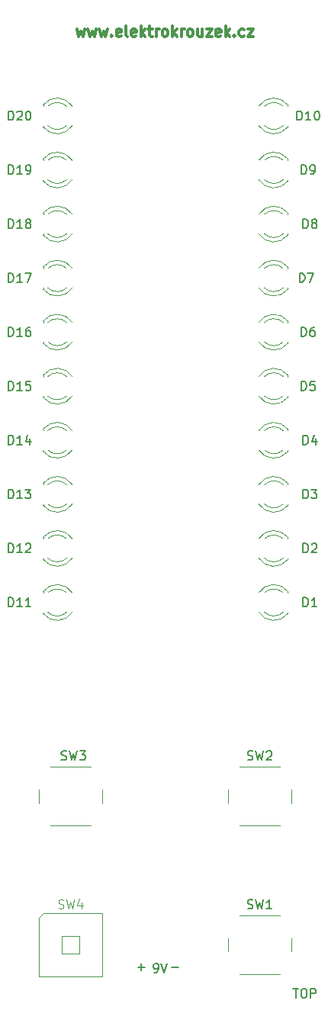
<source format=gto>
G04 #@! TF.GenerationSoftware,KiCad,Pcbnew,9.0.1*
G04 #@! TF.CreationDate,2025-06-05T21:35:15+02:00*
G04 #@! TF.ProjectId,storm_distance_meter,73746f72-6d5f-4646-9973-74616e63655f,1*
G04 #@! TF.SameCoordinates,Original*
G04 #@! TF.FileFunction,Legend,Top*
G04 #@! TF.FilePolarity,Positive*
%FSLAX46Y46*%
G04 Gerber Fmt 4.6, Leading zero omitted, Abs format (unit mm)*
G04 Created by KiCad (PCBNEW 9.0.1) date 2025-06-05 21:35:15*
%MOMM*%
%LPD*%
G01*
G04 APERTURE LIST*
%ADD10C,0.200000*%
%ADD11C,0.300000*%
%ADD12C,0.150000*%
%ADD13C,0.100000*%
%ADD14C,0.120000*%
%ADD15C,3.050000*%
%ADD16R,1.800000X1.800000*%
%ADD17C,1.800000*%
%ADD18C,2.000000*%
%ADD19R,1.600000X1.600000*%
%ADD20C,1.600000*%
%ADD21O,1.600000X1.600000*%
%ADD22R,2.400000X1.600000*%
%ADD23O,2.400000X1.600000*%
%ADD24R,1.500000X1.500000*%
%ADD25C,1.500000*%
%ADD26R,2.400000X2.400000*%
%ADD27C,2.400000*%
G04 APERTURE END LIST*
D10*
X143669673Y-136486266D02*
X144431578Y-136486266D01*
X144050625Y-136867219D02*
X144050625Y-136105314D01*
X148230326Y-136486266D02*
X147468422Y-136486266D01*
D11*
X136893796Y-32375042D02*
X137122368Y-33175042D01*
X137122368Y-33175042D02*
X137350939Y-32603614D01*
X137350939Y-32603614D02*
X137579510Y-33175042D01*
X137579510Y-33175042D02*
X137808082Y-32375042D01*
X138150939Y-32375042D02*
X138379511Y-33175042D01*
X138379511Y-33175042D02*
X138608082Y-32603614D01*
X138608082Y-32603614D02*
X138836653Y-33175042D01*
X138836653Y-33175042D02*
X139065225Y-32375042D01*
X139408082Y-32375042D02*
X139636654Y-33175042D01*
X139636654Y-33175042D02*
X139865225Y-32603614D01*
X139865225Y-32603614D02*
X140093796Y-33175042D01*
X140093796Y-33175042D02*
X140322368Y-32375042D01*
X140779511Y-33060757D02*
X140836654Y-33117900D01*
X140836654Y-33117900D02*
X140779511Y-33175042D01*
X140779511Y-33175042D02*
X140722368Y-33117900D01*
X140722368Y-33117900D02*
X140779511Y-33060757D01*
X140779511Y-33060757D02*
X140779511Y-33175042D01*
X141808083Y-33117900D02*
X141693797Y-33175042D01*
X141693797Y-33175042D02*
X141465226Y-33175042D01*
X141465226Y-33175042D02*
X141350940Y-33117900D01*
X141350940Y-33117900D02*
X141293797Y-33003614D01*
X141293797Y-33003614D02*
X141293797Y-32546471D01*
X141293797Y-32546471D02*
X141350940Y-32432185D01*
X141350940Y-32432185D02*
X141465226Y-32375042D01*
X141465226Y-32375042D02*
X141693797Y-32375042D01*
X141693797Y-32375042D02*
X141808083Y-32432185D01*
X141808083Y-32432185D02*
X141865226Y-32546471D01*
X141865226Y-32546471D02*
X141865226Y-32660757D01*
X141865226Y-32660757D02*
X141293797Y-32775042D01*
X142550939Y-33175042D02*
X142436654Y-33117900D01*
X142436654Y-33117900D02*
X142379511Y-33003614D01*
X142379511Y-33003614D02*
X142379511Y-31975042D01*
X143465225Y-33117900D02*
X143350939Y-33175042D01*
X143350939Y-33175042D02*
X143122368Y-33175042D01*
X143122368Y-33175042D02*
X143008082Y-33117900D01*
X143008082Y-33117900D02*
X142950939Y-33003614D01*
X142950939Y-33003614D02*
X142950939Y-32546471D01*
X142950939Y-32546471D02*
X143008082Y-32432185D01*
X143008082Y-32432185D02*
X143122368Y-32375042D01*
X143122368Y-32375042D02*
X143350939Y-32375042D01*
X143350939Y-32375042D02*
X143465225Y-32432185D01*
X143465225Y-32432185D02*
X143522368Y-32546471D01*
X143522368Y-32546471D02*
X143522368Y-32660757D01*
X143522368Y-32660757D02*
X142950939Y-32775042D01*
X144036653Y-33175042D02*
X144036653Y-31975042D01*
X144150939Y-32717900D02*
X144493796Y-33175042D01*
X144493796Y-32375042D02*
X144036653Y-32832185D01*
X144836653Y-32375042D02*
X145293796Y-32375042D01*
X145008082Y-31975042D02*
X145008082Y-33003614D01*
X145008082Y-33003614D02*
X145065225Y-33117900D01*
X145065225Y-33117900D02*
X145179510Y-33175042D01*
X145179510Y-33175042D02*
X145293796Y-33175042D01*
X145693796Y-33175042D02*
X145693796Y-32375042D01*
X145693796Y-32603614D02*
X145750939Y-32489328D01*
X145750939Y-32489328D02*
X145808082Y-32432185D01*
X145808082Y-32432185D02*
X145922367Y-32375042D01*
X145922367Y-32375042D02*
X146036653Y-32375042D01*
X146608081Y-33175042D02*
X146493796Y-33117900D01*
X146493796Y-33117900D02*
X146436653Y-33060757D01*
X146436653Y-33060757D02*
X146379510Y-32946471D01*
X146379510Y-32946471D02*
X146379510Y-32603614D01*
X146379510Y-32603614D02*
X146436653Y-32489328D01*
X146436653Y-32489328D02*
X146493796Y-32432185D01*
X146493796Y-32432185D02*
X146608081Y-32375042D01*
X146608081Y-32375042D02*
X146779510Y-32375042D01*
X146779510Y-32375042D02*
X146893796Y-32432185D01*
X146893796Y-32432185D02*
X146950939Y-32489328D01*
X146950939Y-32489328D02*
X147008081Y-32603614D01*
X147008081Y-32603614D02*
X147008081Y-32946471D01*
X147008081Y-32946471D02*
X146950939Y-33060757D01*
X146950939Y-33060757D02*
X146893796Y-33117900D01*
X146893796Y-33117900D02*
X146779510Y-33175042D01*
X146779510Y-33175042D02*
X146608081Y-33175042D01*
X147522367Y-33175042D02*
X147522367Y-31975042D01*
X147636653Y-32717900D02*
X147979510Y-33175042D01*
X147979510Y-32375042D02*
X147522367Y-32832185D01*
X148493796Y-33175042D02*
X148493796Y-32375042D01*
X148493796Y-32603614D02*
X148550939Y-32489328D01*
X148550939Y-32489328D02*
X148608082Y-32432185D01*
X148608082Y-32432185D02*
X148722367Y-32375042D01*
X148722367Y-32375042D02*
X148836653Y-32375042D01*
X149408081Y-33175042D02*
X149293796Y-33117900D01*
X149293796Y-33117900D02*
X149236653Y-33060757D01*
X149236653Y-33060757D02*
X149179510Y-32946471D01*
X149179510Y-32946471D02*
X149179510Y-32603614D01*
X149179510Y-32603614D02*
X149236653Y-32489328D01*
X149236653Y-32489328D02*
X149293796Y-32432185D01*
X149293796Y-32432185D02*
X149408081Y-32375042D01*
X149408081Y-32375042D02*
X149579510Y-32375042D01*
X149579510Y-32375042D02*
X149693796Y-32432185D01*
X149693796Y-32432185D02*
X149750939Y-32489328D01*
X149750939Y-32489328D02*
X149808081Y-32603614D01*
X149808081Y-32603614D02*
X149808081Y-32946471D01*
X149808081Y-32946471D02*
X149750939Y-33060757D01*
X149750939Y-33060757D02*
X149693796Y-33117900D01*
X149693796Y-33117900D02*
X149579510Y-33175042D01*
X149579510Y-33175042D02*
X149408081Y-33175042D01*
X150836653Y-32375042D02*
X150836653Y-33175042D01*
X150322367Y-32375042D02*
X150322367Y-33003614D01*
X150322367Y-33003614D02*
X150379510Y-33117900D01*
X150379510Y-33117900D02*
X150493795Y-33175042D01*
X150493795Y-33175042D02*
X150665224Y-33175042D01*
X150665224Y-33175042D02*
X150779510Y-33117900D01*
X150779510Y-33117900D02*
X150836653Y-33060757D01*
X151293795Y-32375042D02*
X151922367Y-32375042D01*
X151922367Y-32375042D02*
X151293795Y-33175042D01*
X151293795Y-33175042D02*
X151922367Y-33175042D01*
X152836653Y-33117900D02*
X152722367Y-33175042D01*
X152722367Y-33175042D02*
X152493796Y-33175042D01*
X152493796Y-33175042D02*
X152379510Y-33117900D01*
X152379510Y-33117900D02*
X152322367Y-33003614D01*
X152322367Y-33003614D02*
X152322367Y-32546471D01*
X152322367Y-32546471D02*
X152379510Y-32432185D01*
X152379510Y-32432185D02*
X152493796Y-32375042D01*
X152493796Y-32375042D02*
X152722367Y-32375042D01*
X152722367Y-32375042D02*
X152836653Y-32432185D01*
X152836653Y-32432185D02*
X152893796Y-32546471D01*
X152893796Y-32546471D02*
X152893796Y-32660757D01*
X152893796Y-32660757D02*
X152322367Y-32775042D01*
X153408081Y-33175042D02*
X153408081Y-31975042D01*
X153522367Y-32717900D02*
X153865224Y-33175042D01*
X153865224Y-32375042D02*
X153408081Y-32832185D01*
X154379510Y-33060757D02*
X154436653Y-33117900D01*
X154436653Y-33117900D02*
X154379510Y-33175042D01*
X154379510Y-33175042D02*
X154322367Y-33117900D01*
X154322367Y-33117900D02*
X154379510Y-33060757D01*
X154379510Y-33060757D02*
X154379510Y-33175042D01*
X155465225Y-33117900D02*
X155350939Y-33175042D01*
X155350939Y-33175042D02*
X155122367Y-33175042D01*
X155122367Y-33175042D02*
X155008082Y-33117900D01*
X155008082Y-33117900D02*
X154950939Y-33060757D01*
X154950939Y-33060757D02*
X154893796Y-32946471D01*
X154893796Y-32946471D02*
X154893796Y-32603614D01*
X154893796Y-32603614D02*
X154950939Y-32489328D01*
X154950939Y-32489328D02*
X155008082Y-32432185D01*
X155008082Y-32432185D02*
X155122367Y-32375042D01*
X155122367Y-32375042D02*
X155350939Y-32375042D01*
X155350939Y-32375042D02*
X155465225Y-32432185D01*
X155865224Y-32375042D02*
X156493796Y-32375042D01*
X156493796Y-32375042D02*
X155865224Y-33175042D01*
X155865224Y-33175042D02*
X156493796Y-33175042D01*
D10*
X145514792Y-137067219D02*
X145705268Y-137067219D01*
X145705268Y-137067219D02*
X145800506Y-137019600D01*
X145800506Y-137019600D02*
X145848125Y-136971980D01*
X145848125Y-136971980D02*
X145943363Y-136829123D01*
X145943363Y-136829123D02*
X145990982Y-136638647D01*
X145990982Y-136638647D02*
X145990982Y-136257695D01*
X145990982Y-136257695D02*
X145943363Y-136162457D01*
X145943363Y-136162457D02*
X145895744Y-136114838D01*
X145895744Y-136114838D02*
X145800506Y-136067219D01*
X145800506Y-136067219D02*
X145610030Y-136067219D01*
X145610030Y-136067219D02*
X145514792Y-136114838D01*
X145514792Y-136114838D02*
X145467173Y-136162457D01*
X145467173Y-136162457D02*
X145419554Y-136257695D01*
X145419554Y-136257695D02*
X145419554Y-136495790D01*
X145419554Y-136495790D02*
X145467173Y-136591028D01*
X145467173Y-136591028D02*
X145514792Y-136638647D01*
X145514792Y-136638647D02*
X145610030Y-136686266D01*
X145610030Y-136686266D02*
X145800506Y-136686266D01*
X145800506Y-136686266D02*
X145895744Y-136638647D01*
X145895744Y-136638647D02*
X145943363Y-136591028D01*
X145943363Y-136591028D02*
X145990982Y-136495790D01*
X146276697Y-136067219D02*
X146610030Y-137067219D01*
X146610030Y-137067219D02*
X146943363Y-136067219D01*
X160926816Y-138867219D02*
X161498244Y-138867219D01*
X161212530Y-139867219D02*
X161212530Y-138867219D01*
X162022054Y-138867219D02*
X162212530Y-138867219D01*
X162212530Y-138867219D02*
X162307768Y-138914838D01*
X162307768Y-138914838D02*
X162403006Y-139010076D01*
X162403006Y-139010076D02*
X162450625Y-139200552D01*
X162450625Y-139200552D02*
X162450625Y-139533885D01*
X162450625Y-139533885D02*
X162403006Y-139724361D01*
X162403006Y-139724361D02*
X162307768Y-139819600D01*
X162307768Y-139819600D02*
X162212530Y-139867219D01*
X162212530Y-139867219D02*
X162022054Y-139867219D01*
X162022054Y-139867219D02*
X161926816Y-139819600D01*
X161926816Y-139819600D02*
X161831578Y-139724361D01*
X161831578Y-139724361D02*
X161783959Y-139533885D01*
X161783959Y-139533885D02*
X161783959Y-139200552D01*
X161783959Y-139200552D02*
X161831578Y-139010076D01*
X161831578Y-139010076D02*
X161926816Y-138914838D01*
X161926816Y-138914838D02*
X162022054Y-138867219D01*
X162879197Y-139867219D02*
X162879197Y-138867219D01*
X162879197Y-138867219D02*
X163260149Y-138867219D01*
X163260149Y-138867219D02*
X163355387Y-138914838D01*
X163355387Y-138914838D02*
X163403006Y-138962457D01*
X163403006Y-138962457D02*
X163450625Y-139057695D01*
X163450625Y-139057695D02*
X163450625Y-139200552D01*
X163450625Y-139200552D02*
X163403006Y-139295790D01*
X163403006Y-139295790D02*
X163355387Y-139343409D01*
X163355387Y-139343409D02*
X163260149Y-139391028D01*
X163260149Y-139391028D02*
X162879197Y-139391028D01*
D12*
X129320714Y-72454819D02*
X129320714Y-71454819D01*
X129320714Y-71454819D02*
X129558809Y-71454819D01*
X129558809Y-71454819D02*
X129701666Y-71502438D01*
X129701666Y-71502438D02*
X129796904Y-71597676D01*
X129796904Y-71597676D02*
X129844523Y-71692914D01*
X129844523Y-71692914D02*
X129892142Y-71883390D01*
X129892142Y-71883390D02*
X129892142Y-72026247D01*
X129892142Y-72026247D02*
X129844523Y-72216723D01*
X129844523Y-72216723D02*
X129796904Y-72311961D01*
X129796904Y-72311961D02*
X129701666Y-72407200D01*
X129701666Y-72407200D02*
X129558809Y-72454819D01*
X129558809Y-72454819D02*
X129320714Y-72454819D01*
X130844523Y-72454819D02*
X130273095Y-72454819D01*
X130558809Y-72454819D02*
X130558809Y-71454819D01*
X130558809Y-71454819D02*
X130463571Y-71597676D01*
X130463571Y-71597676D02*
X130368333Y-71692914D01*
X130368333Y-71692914D02*
X130273095Y-71740533D01*
X131749285Y-71454819D02*
X131273095Y-71454819D01*
X131273095Y-71454819D02*
X131225476Y-71931009D01*
X131225476Y-71931009D02*
X131273095Y-71883390D01*
X131273095Y-71883390D02*
X131368333Y-71835771D01*
X131368333Y-71835771D02*
X131606428Y-71835771D01*
X131606428Y-71835771D02*
X131701666Y-71883390D01*
X131701666Y-71883390D02*
X131749285Y-71931009D01*
X131749285Y-71931009D02*
X131796904Y-72026247D01*
X131796904Y-72026247D02*
X131796904Y-72264342D01*
X131796904Y-72264342D02*
X131749285Y-72359580D01*
X131749285Y-72359580D02*
X131701666Y-72407200D01*
X131701666Y-72407200D02*
X131606428Y-72454819D01*
X131606428Y-72454819D02*
X131368333Y-72454819D01*
X131368333Y-72454819D02*
X131273095Y-72407200D01*
X131273095Y-72407200D02*
X131225476Y-72359580D01*
X129320714Y-66454819D02*
X129320714Y-65454819D01*
X129320714Y-65454819D02*
X129558809Y-65454819D01*
X129558809Y-65454819D02*
X129701666Y-65502438D01*
X129701666Y-65502438D02*
X129796904Y-65597676D01*
X129796904Y-65597676D02*
X129844523Y-65692914D01*
X129844523Y-65692914D02*
X129892142Y-65883390D01*
X129892142Y-65883390D02*
X129892142Y-66026247D01*
X129892142Y-66026247D02*
X129844523Y-66216723D01*
X129844523Y-66216723D02*
X129796904Y-66311961D01*
X129796904Y-66311961D02*
X129701666Y-66407200D01*
X129701666Y-66407200D02*
X129558809Y-66454819D01*
X129558809Y-66454819D02*
X129320714Y-66454819D01*
X130844523Y-66454819D02*
X130273095Y-66454819D01*
X130558809Y-66454819D02*
X130558809Y-65454819D01*
X130558809Y-65454819D02*
X130463571Y-65597676D01*
X130463571Y-65597676D02*
X130368333Y-65692914D01*
X130368333Y-65692914D02*
X130273095Y-65740533D01*
X131701666Y-65454819D02*
X131511190Y-65454819D01*
X131511190Y-65454819D02*
X131415952Y-65502438D01*
X131415952Y-65502438D02*
X131368333Y-65550057D01*
X131368333Y-65550057D02*
X131273095Y-65692914D01*
X131273095Y-65692914D02*
X131225476Y-65883390D01*
X131225476Y-65883390D02*
X131225476Y-66264342D01*
X131225476Y-66264342D02*
X131273095Y-66359580D01*
X131273095Y-66359580D02*
X131320714Y-66407200D01*
X131320714Y-66407200D02*
X131415952Y-66454819D01*
X131415952Y-66454819D02*
X131606428Y-66454819D01*
X131606428Y-66454819D02*
X131701666Y-66407200D01*
X131701666Y-66407200D02*
X131749285Y-66359580D01*
X131749285Y-66359580D02*
X131796904Y-66264342D01*
X131796904Y-66264342D02*
X131796904Y-66026247D01*
X131796904Y-66026247D02*
X131749285Y-65931009D01*
X131749285Y-65931009D02*
X131701666Y-65883390D01*
X131701666Y-65883390D02*
X131606428Y-65835771D01*
X131606428Y-65835771D02*
X131415952Y-65835771D01*
X131415952Y-65835771D02*
X131320714Y-65883390D01*
X131320714Y-65883390D02*
X131273095Y-65931009D01*
X131273095Y-65931009D02*
X131225476Y-66026247D01*
X161631905Y-60454819D02*
X161631905Y-59454819D01*
X161631905Y-59454819D02*
X161870000Y-59454819D01*
X161870000Y-59454819D02*
X162012857Y-59502438D01*
X162012857Y-59502438D02*
X162108095Y-59597676D01*
X162108095Y-59597676D02*
X162155714Y-59692914D01*
X162155714Y-59692914D02*
X162203333Y-59883390D01*
X162203333Y-59883390D02*
X162203333Y-60026247D01*
X162203333Y-60026247D02*
X162155714Y-60216723D01*
X162155714Y-60216723D02*
X162108095Y-60311961D01*
X162108095Y-60311961D02*
X162012857Y-60407200D01*
X162012857Y-60407200D02*
X161870000Y-60454819D01*
X161870000Y-60454819D02*
X161631905Y-60454819D01*
X162536667Y-59454819D02*
X163203333Y-59454819D01*
X163203333Y-59454819D02*
X162774762Y-60454819D01*
X162031905Y-78454819D02*
X162031905Y-77454819D01*
X162031905Y-77454819D02*
X162270000Y-77454819D01*
X162270000Y-77454819D02*
X162412857Y-77502438D01*
X162412857Y-77502438D02*
X162508095Y-77597676D01*
X162508095Y-77597676D02*
X162555714Y-77692914D01*
X162555714Y-77692914D02*
X162603333Y-77883390D01*
X162603333Y-77883390D02*
X162603333Y-78026247D01*
X162603333Y-78026247D02*
X162555714Y-78216723D01*
X162555714Y-78216723D02*
X162508095Y-78311961D01*
X162508095Y-78311961D02*
X162412857Y-78407200D01*
X162412857Y-78407200D02*
X162270000Y-78454819D01*
X162270000Y-78454819D02*
X162031905Y-78454819D01*
X163460476Y-77788152D02*
X163460476Y-78454819D01*
X163222381Y-77407200D02*
X162984286Y-78121485D01*
X162984286Y-78121485D02*
X163603333Y-78121485D01*
X129320714Y-96454819D02*
X129320714Y-95454819D01*
X129320714Y-95454819D02*
X129558809Y-95454819D01*
X129558809Y-95454819D02*
X129701666Y-95502438D01*
X129701666Y-95502438D02*
X129796904Y-95597676D01*
X129796904Y-95597676D02*
X129844523Y-95692914D01*
X129844523Y-95692914D02*
X129892142Y-95883390D01*
X129892142Y-95883390D02*
X129892142Y-96026247D01*
X129892142Y-96026247D02*
X129844523Y-96216723D01*
X129844523Y-96216723D02*
X129796904Y-96311961D01*
X129796904Y-96311961D02*
X129701666Y-96407200D01*
X129701666Y-96407200D02*
X129558809Y-96454819D01*
X129558809Y-96454819D02*
X129320714Y-96454819D01*
X130844523Y-96454819D02*
X130273095Y-96454819D01*
X130558809Y-96454819D02*
X130558809Y-95454819D01*
X130558809Y-95454819D02*
X130463571Y-95597676D01*
X130463571Y-95597676D02*
X130368333Y-95692914D01*
X130368333Y-95692914D02*
X130273095Y-95740533D01*
X131796904Y-96454819D02*
X131225476Y-96454819D01*
X131511190Y-96454819D02*
X131511190Y-95454819D01*
X131511190Y-95454819D02*
X131415952Y-95597676D01*
X131415952Y-95597676D02*
X131320714Y-95692914D01*
X131320714Y-95692914D02*
X131225476Y-95740533D01*
X155866667Y-129947200D02*
X156009524Y-129994819D01*
X156009524Y-129994819D02*
X156247619Y-129994819D01*
X156247619Y-129994819D02*
X156342857Y-129947200D01*
X156342857Y-129947200D02*
X156390476Y-129899580D01*
X156390476Y-129899580D02*
X156438095Y-129804342D01*
X156438095Y-129804342D02*
X156438095Y-129709104D01*
X156438095Y-129709104D02*
X156390476Y-129613866D01*
X156390476Y-129613866D02*
X156342857Y-129566247D01*
X156342857Y-129566247D02*
X156247619Y-129518628D01*
X156247619Y-129518628D02*
X156057143Y-129471009D01*
X156057143Y-129471009D02*
X155961905Y-129423390D01*
X155961905Y-129423390D02*
X155914286Y-129375771D01*
X155914286Y-129375771D02*
X155866667Y-129280533D01*
X155866667Y-129280533D02*
X155866667Y-129185295D01*
X155866667Y-129185295D02*
X155914286Y-129090057D01*
X155914286Y-129090057D02*
X155961905Y-129042438D01*
X155961905Y-129042438D02*
X156057143Y-128994819D01*
X156057143Y-128994819D02*
X156295238Y-128994819D01*
X156295238Y-128994819D02*
X156438095Y-129042438D01*
X156771429Y-128994819D02*
X157009524Y-129994819D01*
X157009524Y-129994819D02*
X157200000Y-129280533D01*
X157200000Y-129280533D02*
X157390476Y-129994819D01*
X157390476Y-129994819D02*
X157628572Y-128994819D01*
X158533333Y-129994819D02*
X157961905Y-129994819D01*
X158247619Y-129994819D02*
X158247619Y-128994819D01*
X158247619Y-128994819D02*
X158152381Y-129137676D01*
X158152381Y-129137676D02*
X158057143Y-129232914D01*
X158057143Y-129232914D02*
X157961905Y-129280533D01*
X161355714Y-42454819D02*
X161355714Y-41454819D01*
X161355714Y-41454819D02*
X161593809Y-41454819D01*
X161593809Y-41454819D02*
X161736666Y-41502438D01*
X161736666Y-41502438D02*
X161831904Y-41597676D01*
X161831904Y-41597676D02*
X161879523Y-41692914D01*
X161879523Y-41692914D02*
X161927142Y-41883390D01*
X161927142Y-41883390D02*
X161927142Y-42026247D01*
X161927142Y-42026247D02*
X161879523Y-42216723D01*
X161879523Y-42216723D02*
X161831904Y-42311961D01*
X161831904Y-42311961D02*
X161736666Y-42407200D01*
X161736666Y-42407200D02*
X161593809Y-42454819D01*
X161593809Y-42454819D02*
X161355714Y-42454819D01*
X162879523Y-42454819D02*
X162308095Y-42454819D01*
X162593809Y-42454819D02*
X162593809Y-41454819D01*
X162593809Y-41454819D02*
X162498571Y-41597676D01*
X162498571Y-41597676D02*
X162403333Y-41692914D01*
X162403333Y-41692914D02*
X162308095Y-41740533D01*
X163498571Y-41454819D02*
X163593809Y-41454819D01*
X163593809Y-41454819D02*
X163689047Y-41502438D01*
X163689047Y-41502438D02*
X163736666Y-41550057D01*
X163736666Y-41550057D02*
X163784285Y-41645295D01*
X163784285Y-41645295D02*
X163831904Y-41835771D01*
X163831904Y-41835771D02*
X163831904Y-42073866D01*
X163831904Y-42073866D02*
X163784285Y-42264342D01*
X163784285Y-42264342D02*
X163736666Y-42359580D01*
X163736666Y-42359580D02*
X163689047Y-42407200D01*
X163689047Y-42407200D02*
X163593809Y-42454819D01*
X163593809Y-42454819D02*
X163498571Y-42454819D01*
X163498571Y-42454819D02*
X163403333Y-42407200D01*
X163403333Y-42407200D02*
X163355714Y-42359580D01*
X163355714Y-42359580D02*
X163308095Y-42264342D01*
X163308095Y-42264342D02*
X163260476Y-42073866D01*
X163260476Y-42073866D02*
X163260476Y-41835771D01*
X163260476Y-41835771D02*
X163308095Y-41645295D01*
X163308095Y-41645295D02*
X163355714Y-41550057D01*
X163355714Y-41550057D02*
X163403333Y-41502438D01*
X163403333Y-41502438D02*
X163498571Y-41454819D01*
D13*
X134866667Y-129909800D02*
X135009524Y-129957419D01*
X135009524Y-129957419D02*
X135247619Y-129957419D01*
X135247619Y-129957419D02*
X135342857Y-129909800D01*
X135342857Y-129909800D02*
X135390476Y-129862180D01*
X135390476Y-129862180D02*
X135438095Y-129766942D01*
X135438095Y-129766942D02*
X135438095Y-129671704D01*
X135438095Y-129671704D02*
X135390476Y-129576466D01*
X135390476Y-129576466D02*
X135342857Y-129528847D01*
X135342857Y-129528847D02*
X135247619Y-129481228D01*
X135247619Y-129481228D02*
X135057143Y-129433609D01*
X135057143Y-129433609D02*
X134961905Y-129385990D01*
X134961905Y-129385990D02*
X134914286Y-129338371D01*
X134914286Y-129338371D02*
X134866667Y-129243133D01*
X134866667Y-129243133D02*
X134866667Y-129147895D01*
X134866667Y-129147895D02*
X134914286Y-129052657D01*
X134914286Y-129052657D02*
X134961905Y-129005038D01*
X134961905Y-129005038D02*
X135057143Y-128957419D01*
X135057143Y-128957419D02*
X135295238Y-128957419D01*
X135295238Y-128957419D02*
X135438095Y-129005038D01*
X135771429Y-128957419D02*
X136009524Y-129957419D01*
X136009524Y-129957419D02*
X136200000Y-129243133D01*
X136200000Y-129243133D02*
X136390476Y-129957419D01*
X136390476Y-129957419D02*
X136628572Y-128957419D01*
X137438095Y-129290752D02*
X137438095Y-129957419D01*
X137200000Y-128909800D02*
X136961905Y-129624085D01*
X136961905Y-129624085D02*
X137580952Y-129624085D01*
D12*
X129320714Y-60454819D02*
X129320714Y-59454819D01*
X129320714Y-59454819D02*
X129558809Y-59454819D01*
X129558809Y-59454819D02*
X129701666Y-59502438D01*
X129701666Y-59502438D02*
X129796904Y-59597676D01*
X129796904Y-59597676D02*
X129844523Y-59692914D01*
X129844523Y-59692914D02*
X129892142Y-59883390D01*
X129892142Y-59883390D02*
X129892142Y-60026247D01*
X129892142Y-60026247D02*
X129844523Y-60216723D01*
X129844523Y-60216723D02*
X129796904Y-60311961D01*
X129796904Y-60311961D02*
X129701666Y-60407200D01*
X129701666Y-60407200D02*
X129558809Y-60454819D01*
X129558809Y-60454819D02*
X129320714Y-60454819D01*
X130844523Y-60454819D02*
X130273095Y-60454819D01*
X130558809Y-60454819D02*
X130558809Y-59454819D01*
X130558809Y-59454819D02*
X130463571Y-59597676D01*
X130463571Y-59597676D02*
X130368333Y-59692914D01*
X130368333Y-59692914D02*
X130273095Y-59740533D01*
X131177857Y-59454819D02*
X131844523Y-59454819D01*
X131844523Y-59454819D02*
X131415952Y-60454819D01*
X161831905Y-48454819D02*
X161831905Y-47454819D01*
X161831905Y-47454819D02*
X162070000Y-47454819D01*
X162070000Y-47454819D02*
X162212857Y-47502438D01*
X162212857Y-47502438D02*
X162308095Y-47597676D01*
X162308095Y-47597676D02*
X162355714Y-47692914D01*
X162355714Y-47692914D02*
X162403333Y-47883390D01*
X162403333Y-47883390D02*
X162403333Y-48026247D01*
X162403333Y-48026247D02*
X162355714Y-48216723D01*
X162355714Y-48216723D02*
X162308095Y-48311961D01*
X162308095Y-48311961D02*
X162212857Y-48407200D01*
X162212857Y-48407200D02*
X162070000Y-48454819D01*
X162070000Y-48454819D02*
X161831905Y-48454819D01*
X162879524Y-48454819D02*
X163070000Y-48454819D01*
X163070000Y-48454819D02*
X163165238Y-48407200D01*
X163165238Y-48407200D02*
X163212857Y-48359580D01*
X163212857Y-48359580D02*
X163308095Y-48216723D01*
X163308095Y-48216723D02*
X163355714Y-48026247D01*
X163355714Y-48026247D02*
X163355714Y-47645295D01*
X163355714Y-47645295D02*
X163308095Y-47550057D01*
X163308095Y-47550057D02*
X163260476Y-47502438D01*
X163260476Y-47502438D02*
X163165238Y-47454819D01*
X163165238Y-47454819D02*
X162974762Y-47454819D01*
X162974762Y-47454819D02*
X162879524Y-47502438D01*
X162879524Y-47502438D02*
X162831905Y-47550057D01*
X162831905Y-47550057D02*
X162784286Y-47645295D01*
X162784286Y-47645295D02*
X162784286Y-47883390D01*
X162784286Y-47883390D02*
X162831905Y-47978628D01*
X162831905Y-47978628D02*
X162879524Y-48026247D01*
X162879524Y-48026247D02*
X162974762Y-48073866D01*
X162974762Y-48073866D02*
X163165238Y-48073866D01*
X163165238Y-48073866D02*
X163260476Y-48026247D01*
X163260476Y-48026247D02*
X163308095Y-47978628D01*
X163308095Y-47978628D02*
X163355714Y-47883390D01*
X162031905Y-90454819D02*
X162031905Y-89454819D01*
X162031905Y-89454819D02*
X162270000Y-89454819D01*
X162270000Y-89454819D02*
X162412857Y-89502438D01*
X162412857Y-89502438D02*
X162508095Y-89597676D01*
X162508095Y-89597676D02*
X162555714Y-89692914D01*
X162555714Y-89692914D02*
X162603333Y-89883390D01*
X162603333Y-89883390D02*
X162603333Y-90026247D01*
X162603333Y-90026247D02*
X162555714Y-90216723D01*
X162555714Y-90216723D02*
X162508095Y-90311961D01*
X162508095Y-90311961D02*
X162412857Y-90407200D01*
X162412857Y-90407200D02*
X162270000Y-90454819D01*
X162270000Y-90454819D02*
X162031905Y-90454819D01*
X162984286Y-89550057D02*
X163031905Y-89502438D01*
X163031905Y-89502438D02*
X163127143Y-89454819D01*
X163127143Y-89454819D02*
X163365238Y-89454819D01*
X163365238Y-89454819D02*
X163460476Y-89502438D01*
X163460476Y-89502438D02*
X163508095Y-89550057D01*
X163508095Y-89550057D02*
X163555714Y-89645295D01*
X163555714Y-89645295D02*
X163555714Y-89740533D01*
X163555714Y-89740533D02*
X163508095Y-89883390D01*
X163508095Y-89883390D02*
X162936667Y-90454819D01*
X162936667Y-90454819D02*
X163555714Y-90454819D01*
X135191667Y-113437200D02*
X135334524Y-113484819D01*
X135334524Y-113484819D02*
X135572619Y-113484819D01*
X135572619Y-113484819D02*
X135667857Y-113437200D01*
X135667857Y-113437200D02*
X135715476Y-113389580D01*
X135715476Y-113389580D02*
X135763095Y-113294342D01*
X135763095Y-113294342D02*
X135763095Y-113199104D01*
X135763095Y-113199104D02*
X135715476Y-113103866D01*
X135715476Y-113103866D02*
X135667857Y-113056247D01*
X135667857Y-113056247D02*
X135572619Y-113008628D01*
X135572619Y-113008628D02*
X135382143Y-112961009D01*
X135382143Y-112961009D02*
X135286905Y-112913390D01*
X135286905Y-112913390D02*
X135239286Y-112865771D01*
X135239286Y-112865771D02*
X135191667Y-112770533D01*
X135191667Y-112770533D02*
X135191667Y-112675295D01*
X135191667Y-112675295D02*
X135239286Y-112580057D01*
X135239286Y-112580057D02*
X135286905Y-112532438D01*
X135286905Y-112532438D02*
X135382143Y-112484819D01*
X135382143Y-112484819D02*
X135620238Y-112484819D01*
X135620238Y-112484819D02*
X135763095Y-112532438D01*
X136096429Y-112484819D02*
X136334524Y-113484819D01*
X136334524Y-113484819D02*
X136525000Y-112770533D01*
X136525000Y-112770533D02*
X136715476Y-113484819D01*
X136715476Y-113484819D02*
X136953572Y-112484819D01*
X137239286Y-112484819D02*
X137858333Y-112484819D01*
X137858333Y-112484819D02*
X137525000Y-112865771D01*
X137525000Y-112865771D02*
X137667857Y-112865771D01*
X137667857Y-112865771D02*
X137763095Y-112913390D01*
X137763095Y-112913390D02*
X137810714Y-112961009D01*
X137810714Y-112961009D02*
X137858333Y-113056247D01*
X137858333Y-113056247D02*
X137858333Y-113294342D01*
X137858333Y-113294342D02*
X137810714Y-113389580D01*
X137810714Y-113389580D02*
X137763095Y-113437200D01*
X137763095Y-113437200D02*
X137667857Y-113484819D01*
X137667857Y-113484819D02*
X137382143Y-113484819D01*
X137382143Y-113484819D02*
X137286905Y-113437200D01*
X137286905Y-113437200D02*
X137239286Y-113389580D01*
X162031905Y-84454819D02*
X162031905Y-83454819D01*
X162031905Y-83454819D02*
X162270000Y-83454819D01*
X162270000Y-83454819D02*
X162412857Y-83502438D01*
X162412857Y-83502438D02*
X162508095Y-83597676D01*
X162508095Y-83597676D02*
X162555714Y-83692914D01*
X162555714Y-83692914D02*
X162603333Y-83883390D01*
X162603333Y-83883390D02*
X162603333Y-84026247D01*
X162603333Y-84026247D02*
X162555714Y-84216723D01*
X162555714Y-84216723D02*
X162508095Y-84311961D01*
X162508095Y-84311961D02*
X162412857Y-84407200D01*
X162412857Y-84407200D02*
X162270000Y-84454819D01*
X162270000Y-84454819D02*
X162031905Y-84454819D01*
X162936667Y-83454819D02*
X163555714Y-83454819D01*
X163555714Y-83454819D02*
X163222381Y-83835771D01*
X163222381Y-83835771D02*
X163365238Y-83835771D01*
X163365238Y-83835771D02*
X163460476Y-83883390D01*
X163460476Y-83883390D02*
X163508095Y-83931009D01*
X163508095Y-83931009D02*
X163555714Y-84026247D01*
X163555714Y-84026247D02*
X163555714Y-84264342D01*
X163555714Y-84264342D02*
X163508095Y-84359580D01*
X163508095Y-84359580D02*
X163460476Y-84407200D01*
X163460476Y-84407200D02*
X163365238Y-84454819D01*
X163365238Y-84454819D02*
X163079524Y-84454819D01*
X163079524Y-84454819D02*
X162984286Y-84407200D01*
X162984286Y-84407200D02*
X162936667Y-84359580D01*
X129320714Y-54454819D02*
X129320714Y-53454819D01*
X129320714Y-53454819D02*
X129558809Y-53454819D01*
X129558809Y-53454819D02*
X129701666Y-53502438D01*
X129701666Y-53502438D02*
X129796904Y-53597676D01*
X129796904Y-53597676D02*
X129844523Y-53692914D01*
X129844523Y-53692914D02*
X129892142Y-53883390D01*
X129892142Y-53883390D02*
X129892142Y-54026247D01*
X129892142Y-54026247D02*
X129844523Y-54216723D01*
X129844523Y-54216723D02*
X129796904Y-54311961D01*
X129796904Y-54311961D02*
X129701666Y-54407200D01*
X129701666Y-54407200D02*
X129558809Y-54454819D01*
X129558809Y-54454819D02*
X129320714Y-54454819D01*
X130844523Y-54454819D02*
X130273095Y-54454819D01*
X130558809Y-54454819D02*
X130558809Y-53454819D01*
X130558809Y-53454819D02*
X130463571Y-53597676D01*
X130463571Y-53597676D02*
X130368333Y-53692914D01*
X130368333Y-53692914D02*
X130273095Y-53740533D01*
X131415952Y-53883390D02*
X131320714Y-53835771D01*
X131320714Y-53835771D02*
X131273095Y-53788152D01*
X131273095Y-53788152D02*
X131225476Y-53692914D01*
X131225476Y-53692914D02*
X131225476Y-53645295D01*
X131225476Y-53645295D02*
X131273095Y-53550057D01*
X131273095Y-53550057D02*
X131320714Y-53502438D01*
X131320714Y-53502438D02*
X131415952Y-53454819D01*
X131415952Y-53454819D02*
X131606428Y-53454819D01*
X131606428Y-53454819D02*
X131701666Y-53502438D01*
X131701666Y-53502438D02*
X131749285Y-53550057D01*
X131749285Y-53550057D02*
X131796904Y-53645295D01*
X131796904Y-53645295D02*
X131796904Y-53692914D01*
X131796904Y-53692914D02*
X131749285Y-53788152D01*
X131749285Y-53788152D02*
X131701666Y-53835771D01*
X131701666Y-53835771D02*
X131606428Y-53883390D01*
X131606428Y-53883390D02*
X131415952Y-53883390D01*
X131415952Y-53883390D02*
X131320714Y-53931009D01*
X131320714Y-53931009D02*
X131273095Y-53978628D01*
X131273095Y-53978628D02*
X131225476Y-54073866D01*
X131225476Y-54073866D02*
X131225476Y-54264342D01*
X131225476Y-54264342D02*
X131273095Y-54359580D01*
X131273095Y-54359580D02*
X131320714Y-54407200D01*
X131320714Y-54407200D02*
X131415952Y-54454819D01*
X131415952Y-54454819D02*
X131606428Y-54454819D01*
X131606428Y-54454819D02*
X131701666Y-54407200D01*
X131701666Y-54407200D02*
X131749285Y-54359580D01*
X131749285Y-54359580D02*
X131796904Y-54264342D01*
X131796904Y-54264342D02*
X131796904Y-54073866D01*
X131796904Y-54073866D02*
X131749285Y-53978628D01*
X131749285Y-53978628D02*
X131701666Y-53931009D01*
X131701666Y-53931009D02*
X131606428Y-53883390D01*
X129320714Y-84454819D02*
X129320714Y-83454819D01*
X129320714Y-83454819D02*
X129558809Y-83454819D01*
X129558809Y-83454819D02*
X129701666Y-83502438D01*
X129701666Y-83502438D02*
X129796904Y-83597676D01*
X129796904Y-83597676D02*
X129844523Y-83692914D01*
X129844523Y-83692914D02*
X129892142Y-83883390D01*
X129892142Y-83883390D02*
X129892142Y-84026247D01*
X129892142Y-84026247D02*
X129844523Y-84216723D01*
X129844523Y-84216723D02*
X129796904Y-84311961D01*
X129796904Y-84311961D02*
X129701666Y-84407200D01*
X129701666Y-84407200D02*
X129558809Y-84454819D01*
X129558809Y-84454819D02*
X129320714Y-84454819D01*
X130844523Y-84454819D02*
X130273095Y-84454819D01*
X130558809Y-84454819D02*
X130558809Y-83454819D01*
X130558809Y-83454819D02*
X130463571Y-83597676D01*
X130463571Y-83597676D02*
X130368333Y-83692914D01*
X130368333Y-83692914D02*
X130273095Y-83740533D01*
X131177857Y-83454819D02*
X131796904Y-83454819D01*
X131796904Y-83454819D02*
X131463571Y-83835771D01*
X131463571Y-83835771D02*
X131606428Y-83835771D01*
X131606428Y-83835771D02*
X131701666Y-83883390D01*
X131701666Y-83883390D02*
X131749285Y-83931009D01*
X131749285Y-83931009D02*
X131796904Y-84026247D01*
X131796904Y-84026247D02*
X131796904Y-84264342D01*
X131796904Y-84264342D02*
X131749285Y-84359580D01*
X131749285Y-84359580D02*
X131701666Y-84407200D01*
X131701666Y-84407200D02*
X131606428Y-84454819D01*
X131606428Y-84454819D02*
X131320714Y-84454819D01*
X131320714Y-84454819D02*
X131225476Y-84407200D01*
X131225476Y-84407200D02*
X131177857Y-84359580D01*
X161831905Y-66454819D02*
X161831905Y-65454819D01*
X161831905Y-65454819D02*
X162070000Y-65454819D01*
X162070000Y-65454819D02*
X162212857Y-65502438D01*
X162212857Y-65502438D02*
X162308095Y-65597676D01*
X162308095Y-65597676D02*
X162355714Y-65692914D01*
X162355714Y-65692914D02*
X162403333Y-65883390D01*
X162403333Y-65883390D02*
X162403333Y-66026247D01*
X162403333Y-66026247D02*
X162355714Y-66216723D01*
X162355714Y-66216723D02*
X162308095Y-66311961D01*
X162308095Y-66311961D02*
X162212857Y-66407200D01*
X162212857Y-66407200D02*
X162070000Y-66454819D01*
X162070000Y-66454819D02*
X161831905Y-66454819D01*
X163260476Y-65454819D02*
X163070000Y-65454819D01*
X163070000Y-65454819D02*
X162974762Y-65502438D01*
X162974762Y-65502438D02*
X162927143Y-65550057D01*
X162927143Y-65550057D02*
X162831905Y-65692914D01*
X162831905Y-65692914D02*
X162784286Y-65883390D01*
X162784286Y-65883390D02*
X162784286Y-66264342D01*
X162784286Y-66264342D02*
X162831905Y-66359580D01*
X162831905Y-66359580D02*
X162879524Y-66407200D01*
X162879524Y-66407200D02*
X162974762Y-66454819D01*
X162974762Y-66454819D02*
X163165238Y-66454819D01*
X163165238Y-66454819D02*
X163260476Y-66407200D01*
X163260476Y-66407200D02*
X163308095Y-66359580D01*
X163308095Y-66359580D02*
X163355714Y-66264342D01*
X163355714Y-66264342D02*
X163355714Y-66026247D01*
X163355714Y-66026247D02*
X163308095Y-65931009D01*
X163308095Y-65931009D02*
X163260476Y-65883390D01*
X163260476Y-65883390D02*
X163165238Y-65835771D01*
X163165238Y-65835771D02*
X162974762Y-65835771D01*
X162974762Y-65835771D02*
X162879524Y-65883390D01*
X162879524Y-65883390D02*
X162831905Y-65931009D01*
X162831905Y-65931009D02*
X162784286Y-66026247D01*
X129320714Y-78454819D02*
X129320714Y-77454819D01*
X129320714Y-77454819D02*
X129558809Y-77454819D01*
X129558809Y-77454819D02*
X129701666Y-77502438D01*
X129701666Y-77502438D02*
X129796904Y-77597676D01*
X129796904Y-77597676D02*
X129844523Y-77692914D01*
X129844523Y-77692914D02*
X129892142Y-77883390D01*
X129892142Y-77883390D02*
X129892142Y-78026247D01*
X129892142Y-78026247D02*
X129844523Y-78216723D01*
X129844523Y-78216723D02*
X129796904Y-78311961D01*
X129796904Y-78311961D02*
X129701666Y-78407200D01*
X129701666Y-78407200D02*
X129558809Y-78454819D01*
X129558809Y-78454819D02*
X129320714Y-78454819D01*
X130844523Y-78454819D02*
X130273095Y-78454819D01*
X130558809Y-78454819D02*
X130558809Y-77454819D01*
X130558809Y-77454819D02*
X130463571Y-77597676D01*
X130463571Y-77597676D02*
X130368333Y-77692914D01*
X130368333Y-77692914D02*
X130273095Y-77740533D01*
X131701666Y-77788152D02*
X131701666Y-78454819D01*
X131463571Y-77407200D02*
X131225476Y-78121485D01*
X131225476Y-78121485D02*
X131844523Y-78121485D01*
X129320714Y-90454819D02*
X129320714Y-89454819D01*
X129320714Y-89454819D02*
X129558809Y-89454819D01*
X129558809Y-89454819D02*
X129701666Y-89502438D01*
X129701666Y-89502438D02*
X129796904Y-89597676D01*
X129796904Y-89597676D02*
X129844523Y-89692914D01*
X129844523Y-89692914D02*
X129892142Y-89883390D01*
X129892142Y-89883390D02*
X129892142Y-90026247D01*
X129892142Y-90026247D02*
X129844523Y-90216723D01*
X129844523Y-90216723D02*
X129796904Y-90311961D01*
X129796904Y-90311961D02*
X129701666Y-90407200D01*
X129701666Y-90407200D02*
X129558809Y-90454819D01*
X129558809Y-90454819D02*
X129320714Y-90454819D01*
X130844523Y-90454819D02*
X130273095Y-90454819D01*
X130558809Y-90454819D02*
X130558809Y-89454819D01*
X130558809Y-89454819D02*
X130463571Y-89597676D01*
X130463571Y-89597676D02*
X130368333Y-89692914D01*
X130368333Y-89692914D02*
X130273095Y-89740533D01*
X131225476Y-89550057D02*
X131273095Y-89502438D01*
X131273095Y-89502438D02*
X131368333Y-89454819D01*
X131368333Y-89454819D02*
X131606428Y-89454819D01*
X131606428Y-89454819D02*
X131701666Y-89502438D01*
X131701666Y-89502438D02*
X131749285Y-89550057D01*
X131749285Y-89550057D02*
X131796904Y-89645295D01*
X131796904Y-89645295D02*
X131796904Y-89740533D01*
X131796904Y-89740533D02*
X131749285Y-89883390D01*
X131749285Y-89883390D02*
X131177857Y-90454819D01*
X131177857Y-90454819D02*
X131796904Y-90454819D01*
X162031905Y-96454819D02*
X162031905Y-95454819D01*
X162031905Y-95454819D02*
X162270000Y-95454819D01*
X162270000Y-95454819D02*
X162412857Y-95502438D01*
X162412857Y-95502438D02*
X162508095Y-95597676D01*
X162508095Y-95597676D02*
X162555714Y-95692914D01*
X162555714Y-95692914D02*
X162603333Y-95883390D01*
X162603333Y-95883390D02*
X162603333Y-96026247D01*
X162603333Y-96026247D02*
X162555714Y-96216723D01*
X162555714Y-96216723D02*
X162508095Y-96311961D01*
X162508095Y-96311961D02*
X162412857Y-96407200D01*
X162412857Y-96407200D02*
X162270000Y-96454819D01*
X162270000Y-96454819D02*
X162031905Y-96454819D01*
X163555714Y-96454819D02*
X162984286Y-96454819D01*
X163270000Y-96454819D02*
X163270000Y-95454819D01*
X163270000Y-95454819D02*
X163174762Y-95597676D01*
X163174762Y-95597676D02*
X163079524Y-95692914D01*
X163079524Y-95692914D02*
X162984286Y-95740533D01*
X129320714Y-42454819D02*
X129320714Y-41454819D01*
X129320714Y-41454819D02*
X129558809Y-41454819D01*
X129558809Y-41454819D02*
X129701666Y-41502438D01*
X129701666Y-41502438D02*
X129796904Y-41597676D01*
X129796904Y-41597676D02*
X129844523Y-41692914D01*
X129844523Y-41692914D02*
X129892142Y-41883390D01*
X129892142Y-41883390D02*
X129892142Y-42026247D01*
X129892142Y-42026247D02*
X129844523Y-42216723D01*
X129844523Y-42216723D02*
X129796904Y-42311961D01*
X129796904Y-42311961D02*
X129701666Y-42407200D01*
X129701666Y-42407200D02*
X129558809Y-42454819D01*
X129558809Y-42454819D02*
X129320714Y-42454819D01*
X130273095Y-41550057D02*
X130320714Y-41502438D01*
X130320714Y-41502438D02*
X130415952Y-41454819D01*
X130415952Y-41454819D02*
X130654047Y-41454819D01*
X130654047Y-41454819D02*
X130749285Y-41502438D01*
X130749285Y-41502438D02*
X130796904Y-41550057D01*
X130796904Y-41550057D02*
X130844523Y-41645295D01*
X130844523Y-41645295D02*
X130844523Y-41740533D01*
X130844523Y-41740533D02*
X130796904Y-41883390D01*
X130796904Y-41883390D02*
X130225476Y-42454819D01*
X130225476Y-42454819D02*
X130844523Y-42454819D01*
X131463571Y-41454819D02*
X131558809Y-41454819D01*
X131558809Y-41454819D02*
X131654047Y-41502438D01*
X131654047Y-41502438D02*
X131701666Y-41550057D01*
X131701666Y-41550057D02*
X131749285Y-41645295D01*
X131749285Y-41645295D02*
X131796904Y-41835771D01*
X131796904Y-41835771D02*
X131796904Y-42073866D01*
X131796904Y-42073866D02*
X131749285Y-42264342D01*
X131749285Y-42264342D02*
X131701666Y-42359580D01*
X131701666Y-42359580D02*
X131654047Y-42407200D01*
X131654047Y-42407200D02*
X131558809Y-42454819D01*
X131558809Y-42454819D02*
X131463571Y-42454819D01*
X131463571Y-42454819D02*
X131368333Y-42407200D01*
X131368333Y-42407200D02*
X131320714Y-42359580D01*
X131320714Y-42359580D02*
X131273095Y-42264342D01*
X131273095Y-42264342D02*
X131225476Y-42073866D01*
X131225476Y-42073866D02*
X131225476Y-41835771D01*
X131225476Y-41835771D02*
X131273095Y-41645295D01*
X131273095Y-41645295D02*
X131320714Y-41550057D01*
X131320714Y-41550057D02*
X131368333Y-41502438D01*
X131368333Y-41502438D02*
X131463571Y-41454819D01*
X155866667Y-113437200D02*
X156009524Y-113484819D01*
X156009524Y-113484819D02*
X156247619Y-113484819D01*
X156247619Y-113484819D02*
X156342857Y-113437200D01*
X156342857Y-113437200D02*
X156390476Y-113389580D01*
X156390476Y-113389580D02*
X156438095Y-113294342D01*
X156438095Y-113294342D02*
X156438095Y-113199104D01*
X156438095Y-113199104D02*
X156390476Y-113103866D01*
X156390476Y-113103866D02*
X156342857Y-113056247D01*
X156342857Y-113056247D02*
X156247619Y-113008628D01*
X156247619Y-113008628D02*
X156057143Y-112961009D01*
X156057143Y-112961009D02*
X155961905Y-112913390D01*
X155961905Y-112913390D02*
X155914286Y-112865771D01*
X155914286Y-112865771D02*
X155866667Y-112770533D01*
X155866667Y-112770533D02*
X155866667Y-112675295D01*
X155866667Y-112675295D02*
X155914286Y-112580057D01*
X155914286Y-112580057D02*
X155961905Y-112532438D01*
X155961905Y-112532438D02*
X156057143Y-112484819D01*
X156057143Y-112484819D02*
X156295238Y-112484819D01*
X156295238Y-112484819D02*
X156438095Y-112532438D01*
X156771429Y-112484819D02*
X157009524Y-113484819D01*
X157009524Y-113484819D02*
X157200000Y-112770533D01*
X157200000Y-112770533D02*
X157390476Y-113484819D01*
X157390476Y-113484819D02*
X157628572Y-112484819D01*
X157961905Y-112580057D02*
X158009524Y-112532438D01*
X158009524Y-112532438D02*
X158104762Y-112484819D01*
X158104762Y-112484819D02*
X158342857Y-112484819D01*
X158342857Y-112484819D02*
X158438095Y-112532438D01*
X158438095Y-112532438D02*
X158485714Y-112580057D01*
X158485714Y-112580057D02*
X158533333Y-112675295D01*
X158533333Y-112675295D02*
X158533333Y-112770533D01*
X158533333Y-112770533D02*
X158485714Y-112913390D01*
X158485714Y-112913390D02*
X157914286Y-113484819D01*
X157914286Y-113484819D02*
X158533333Y-113484819D01*
X162031905Y-54454819D02*
X162031905Y-53454819D01*
X162031905Y-53454819D02*
X162270000Y-53454819D01*
X162270000Y-53454819D02*
X162412857Y-53502438D01*
X162412857Y-53502438D02*
X162508095Y-53597676D01*
X162508095Y-53597676D02*
X162555714Y-53692914D01*
X162555714Y-53692914D02*
X162603333Y-53883390D01*
X162603333Y-53883390D02*
X162603333Y-54026247D01*
X162603333Y-54026247D02*
X162555714Y-54216723D01*
X162555714Y-54216723D02*
X162508095Y-54311961D01*
X162508095Y-54311961D02*
X162412857Y-54407200D01*
X162412857Y-54407200D02*
X162270000Y-54454819D01*
X162270000Y-54454819D02*
X162031905Y-54454819D01*
X163174762Y-53883390D02*
X163079524Y-53835771D01*
X163079524Y-53835771D02*
X163031905Y-53788152D01*
X163031905Y-53788152D02*
X162984286Y-53692914D01*
X162984286Y-53692914D02*
X162984286Y-53645295D01*
X162984286Y-53645295D02*
X163031905Y-53550057D01*
X163031905Y-53550057D02*
X163079524Y-53502438D01*
X163079524Y-53502438D02*
X163174762Y-53454819D01*
X163174762Y-53454819D02*
X163365238Y-53454819D01*
X163365238Y-53454819D02*
X163460476Y-53502438D01*
X163460476Y-53502438D02*
X163508095Y-53550057D01*
X163508095Y-53550057D02*
X163555714Y-53645295D01*
X163555714Y-53645295D02*
X163555714Y-53692914D01*
X163555714Y-53692914D02*
X163508095Y-53788152D01*
X163508095Y-53788152D02*
X163460476Y-53835771D01*
X163460476Y-53835771D02*
X163365238Y-53883390D01*
X163365238Y-53883390D02*
X163174762Y-53883390D01*
X163174762Y-53883390D02*
X163079524Y-53931009D01*
X163079524Y-53931009D02*
X163031905Y-53978628D01*
X163031905Y-53978628D02*
X162984286Y-54073866D01*
X162984286Y-54073866D02*
X162984286Y-54264342D01*
X162984286Y-54264342D02*
X163031905Y-54359580D01*
X163031905Y-54359580D02*
X163079524Y-54407200D01*
X163079524Y-54407200D02*
X163174762Y-54454819D01*
X163174762Y-54454819D02*
X163365238Y-54454819D01*
X163365238Y-54454819D02*
X163460476Y-54407200D01*
X163460476Y-54407200D02*
X163508095Y-54359580D01*
X163508095Y-54359580D02*
X163555714Y-54264342D01*
X163555714Y-54264342D02*
X163555714Y-54073866D01*
X163555714Y-54073866D02*
X163508095Y-53978628D01*
X163508095Y-53978628D02*
X163460476Y-53931009D01*
X163460476Y-53931009D02*
X163365238Y-53883390D01*
X129320714Y-48454819D02*
X129320714Y-47454819D01*
X129320714Y-47454819D02*
X129558809Y-47454819D01*
X129558809Y-47454819D02*
X129701666Y-47502438D01*
X129701666Y-47502438D02*
X129796904Y-47597676D01*
X129796904Y-47597676D02*
X129844523Y-47692914D01*
X129844523Y-47692914D02*
X129892142Y-47883390D01*
X129892142Y-47883390D02*
X129892142Y-48026247D01*
X129892142Y-48026247D02*
X129844523Y-48216723D01*
X129844523Y-48216723D02*
X129796904Y-48311961D01*
X129796904Y-48311961D02*
X129701666Y-48407200D01*
X129701666Y-48407200D02*
X129558809Y-48454819D01*
X129558809Y-48454819D02*
X129320714Y-48454819D01*
X130844523Y-48454819D02*
X130273095Y-48454819D01*
X130558809Y-48454819D02*
X130558809Y-47454819D01*
X130558809Y-47454819D02*
X130463571Y-47597676D01*
X130463571Y-47597676D02*
X130368333Y-47692914D01*
X130368333Y-47692914D02*
X130273095Y-47740533D01*
X131320714Y-48454819D02*
X131511190Y-48454819D01*
X131511190Y-48454819D02*
X131606428Y-48407200D01*
X131606428Y-48407200D02*
X131654047Y-48359580D01*
X131654047Y-48359580D02*
X131749285Y-48216723D01*
X131749285Y-48216723D02*
X131796904Y-48026247D01*
X131796904Y-48026247D02*
X131796904Y-47645295D01*
X131796904Y-47645295D02*
X131749285Y-47550057D01*
X131749285Y-47550057D02*
X131701666Y-47502438D01*
X131701666Y-47502438D02*
X131606428Y-47454819D01*
X131606428Y-47454819D02*
X131415952Y-47454819D01*
X131415952Y-47454819D02*
X131320714Y-47502438D01*
X131320714Y-47502438D02*
X131273095Y-47550057D01*
X131273095Y-47550057D02*
X131225476Y-47645295D01*
X131225476Y-47645295D02*
X131225476Y-47883390D01*
X131225476Y-47883390D02*
X131273095Y-47978628D01*
X131273095Y-47978628D02*
X131320714Y-48026247D01*
X131320714Y-48026247D02*
X131415952Y-48073866D01*
X131415952Y-48073866D02*
X131606428Y-48073866D01*
X131606428Y-48073866D02*
X131701666Y-48026247D01*
X131701666Y-48026247D02*
X131749285Y-47978628D01*
X131749285Y-47978628D02*
X131796904Y-47883390D01*
X161831905Y-72454819D02*
X161831905Y-71454819D01*
X161831905Y-71454819D02*
X162070000Y-71454819D01*
X162070000Y-71454819D02*
X162212857Y-71502438D01*
X162212857Y-71502438D02*
X162308095Y-71597676D01*
X162308095Y-71597676D02*
X162355714Y-71692914D01*
X162355714Y-71692914D02*
X162403333Y-71883390D01*
X162403333Y-71883390D02*
X162403333Y-72026247D01*
X162403333Y-72026247D02*
X162355714Y-72216723D01*
X162355714Y-72216723D02*
X162308095Y-72311961D01*
X162308095Y-72311961D02*
X162212857Y-72407200D01*
X162212857Y-72407200D02*
X162070000Y-72454819D01*
X162070000Y-72454819D02*
X161831905Y-72454819D01*
X163308095Y-71454819D02*
X162831905Y-71454819D01*
X162831905Y-71454819D02*
X162784286Y-71931009D01*
X162784286Y-71931009D02*
X162831905Y-71883390D01*
X162831905Y-71883390D02*
X162927143Y-71835771D01*
X162927143Y-71835771D02*
X163165238Y-71835771D01*
X163165238Y-71835771D02*
X163260476Y-71883390D01*
X163260476Y-71883390D02*
X163308095Y-71931009D01*
X163308095Y-71931009D02*
X163355714Y-72026247D01*
X163355714Y-72026247D02*
X163355714Y-72264342D01*
X163355714Y-72264342D02*
X163308095Y-72359580D01*
X163308095Y-72359580D02*
X163260476Y-72407200D01*
X163260476Y-72407200D02*
X163165238Y-72454819D01*
X163165238Y-72454819D02*
X162927143Y-72454819D01*
X162927143Y-72454819D02*
X162831905Y-72407200D01*
X162831905Y-72407200D02*
X162784286Y-72359580D01*
D14*
X133170000Y-70764000D02*
X133170000Y-70920000D01*
X133170000Y-73080000D02*
X133170000Y-73236000D01*
X133170000Y-70764484D02*
G75*
G02*
X136402335Y-70921392I1560000J-1235516D01*
G01*
X133689039Y-70920000D02*
G75*
G02*
X135771130Y-70920163I1040961J-1080000D01*
G01*
X135771130Y-73079837D02*
G75*
G02*
X133689039Y-73080000I-1041130J1079837D01*
G01*
X136402335Y-73078608D02*
G75*
G02*
X133170000Y-73235516I-1672335J1078608D01*
G01*
X133170000Y-64764000D02*
X133170000Y-64920000D01*
X133170000Y-67080000D02*
X133170000Y-67236000D01*
X133170000Y-64764484D02*
G75*
G02*
X136402335Y-64921392I1560000J-1235516D01*
G01*
X133689039Y-64920000D02*
G75*
G02*
X135771130Y-64920163I1040961J-1080000D01*
G01*
X135771130Y-67079837D02*
G75*
G02*
X133689039Y-67080000I-1041130J1079837D01*
G01*
X136402335Y-67078608D02*
G75*
G02*
X133170000Y-67235516I-1672335J1078608D01*
G01*
X160330000Y-58920000D02*
X160330000Y-58764000D01*
X160330000Y-61236000D02*
X160330000Y-61080000D01*
X157097665Y-58921392D02*
G75*
G02*
X160330000Y-58764484I1672335J-1078608D01*
G01*
X157728870Y-58920163D02*
G75*
G02*
X159810961Y-58920000I1041130J-1079837D01*
G01*
X159810961Y-61080000D02*
G75*
G02*
X157728870Y-61079837I-1040961J1080000D01*
G01*
X160330000Y-61235516D02*
G75*
G02*
X157097665Y-61078608I-1560000J1235516D01*
G01*
X160330000Y-76920000D02*
X160330000Y-76764000D01*
X160330000Y-79236000D02*
X160330000Y-79080000D01*
X157097665Y-76921392D02*
G75*
G02*
X160330000Y-76764484I1672335J-1078608D01*
G01*
X157728870Y-76920163D02*
G75*
G02*
X159810961Y-76920000I1041130J-1079837D01*
G01*
X159810961Y-79080000D02*
G75*
G02*
X157728870Y-79079837I-1040961J1080000D01*
G01*
X160330000Y-79235516D02*
G75*
G02*
X157097665Y-79078608I-1560000J1235516D01*
G01*
X133170000Y-94764000D02*
X133170000Y-94920000D01*
X133170000Y-97080000D02*
X133170000Y-97236000D01*
X133170000Y-94764484D02*
G75*
G02*
X136402335Y-94921392I1560000J-1235516D01*
G01*
X133689039Y-94920000D02*
G75*
G02*
X135771130Y-94920163I1040961J-1080000D01*
G01*
X135771130Y-97079837D02*
G75*
G02*
X133689039Y-97080000I-1041130J1079837D01*
G01*
X136402335Y-97078608D02*
G75*
G02*
X133170000Y-97235516I-1672335J1078608D01*
G01*
X153700000Y-133250000D02*
X153700000Y-134750000D01*
X154950000Y-137250000D02*
X159450000Y-137250000D01*
X159450000Y-130750000D02*
X154950000Y-130750000D01*
X160700000Y-134750000D02*
X160700000Y-133250000D01*
X160330000Y-40920000D02*
X160330000Y-40764000D01*
X160330000Y-43236000D02*
X160330000Y-43080000D01*
X157097665Y-40921392D02*
G75*
G02*
X160330000Y-40764484I1672335J-1078608D01*
G01*
X157728870Y-40920163D02*
G75*
G02*
X159810961Y-40920000I1041130J-1079837D01*
G01*
X159810961Y-43080000D02*
G75*
G02*
X157728870Y-43079837I-1040961J1080000D01*
G01*
X160330000Y-43235516D02*
G75*
G02*
X157097665Y-43078608I-1560000J1235516D01*
G01*
D13*
X132700000Y-131000000D02*
X132700000Y-137500000D01*
X132700000Y-131000000D02*
X133200000Y-130500000D01*
X132700000Y-137500000D02*
X139700000Y-137500000D01*
X135200000Y-133000000D02*
X135200000Y-135000000D01*
X135200000Y-135000000D02*
X137200000Y-135000000D01*
X137200000Y-133000000D02*
X135200000Y-133000000D01*
X137200000Y-135000000D02*
X137200000Y-133000000D01*
X139700000Y-130500000D02*
X133200000Y-130500000D01*
X139700000Y-137500000D02*
X139700000Y-130500000D01*
D14*
X133170000Y-58764000D02*
X133170000Y-58920000D01*
X133170000Y-61080000D02*
X133170000Y-61236000D01*
X133170000Y-58764484D02*
G75*
G02*
X136402335Y-58921392I1560000J-1235516D01*
G01*
X133689039Y-58920000D02*
G75*
G02*
X135771130Y-58920163I1040961J-1080000D01*
G01*
X135771130Y-61079837D02*
G75*
G02*
X133689039Y-61080000I-1041130J1079837D01*
G01*
X136402335Y-61078608D02*
G75*
G02*
X133170000Y-61235516I-1672335J1078608D01*
G01*
X160330000Y-46920000D02*
X160330000Y-46764000D01*
X160330000Y-49236000D02*
X160330000Y-49080000D01*
X157097665Y-46921392D02*
G75*
G02*
X160330000Y-46764484I1672335J-1078608D01*
G01*
X157728870Y-46920163D02*
G75*
G02*
X159810961Y-46920000I1041130J-1079837D01*
G01*
X159810961Y-49080000D02*
G75*
G02*
X157728870Y-49079837I-1040961J1080000D01*
G01*
X160330000Y-49235516D02*
G75*
G02*
X157097665Y-49078608I-1560000J1235516D01*
G01*
X160330000Y-88920000D02*
X160330000Y-88764000D01*
X160330000Y-91236000D02*
X160330000Y-91080000D01*
X157097665Y-88921392D02*
G75*
G02*
X160330000Y-88764484I1672335J-1078608D01*
G01*
X157728870Y-88920163D02*
G75*
G02*
X159810961Y-88920000I1041130J-1079837D01*
G01*
X159810961Y-91080000D02*
G75*
G02*
X157728870Y-91079837I-1040961J1080000D01*
G01*
X160330000Y-91235516D02*
G75*
G02*
X157097665Y-91078608I-1560000J1235516D01*
G01*
X132700000Y-116750000D02*
X132700000Y-118250000D01*
X133950000Y-120750000D02*
X138450000Y-120750000D01*
X138450000Y-114250000D02*
X133950000Y-114250000D01*
X139700000Y-118250000D02*
X139700000Y-116750000D01*
X160330000Y-82920000D02*
X160330000Y-82764000D01*
X160330000Y-85236000D02*
X160330000Y-85080000D01*
X157097665Y-82921392D02*
G75*
G02*
X160330000Y-82764484I1672335J-1078608D01*
G01*
X157728870Y-82920163D02*
G75*
G02*
X159810961Y-82920000I1041130J-1079837D01*
G01*
X159810961Y-85080000D02*
G75*
G02*
X157728870Y-85079837I-1040961J1080000D01*
G01*
X160330000Y-85235516D02*
G75*
G02*
X157097665Y-85078608I-1560000J1235516D01*
G01*
X133170000Y-52764000D02*
X133170000Y-52920000D01*
X133170000Y-55080000D02*
X133170000Y-55236000D01*
X133170000Y-52764484D02*
G75*
G02*
X136402335Y-52921392I1560000J-1235516D01*
G01*
X133689039Y-52920000D02*
G75*
G02*
X135771130Y-52920163I1040961J-1080000D01*
G01*
X135771130Y-55079837D02*
G75*
G02*
X133689039Y-55080000I-1041130J1079837D01*
G01*
X136402335Y-55078608D02*
G75*
G02*
X133170000Y-55235516I-1672335J1078608D01*
G01*
X133170000Y-82764000D02*
X133170000Y-82920000D01*
X133170000Y-85080000D02*
X133170000Y-85236000D01*
X133170000Y-82764484D02*
G75*
G02*
X136402335Y-82921392I1560000J-1235516D01*
G01*
X133689039Y-82920000D02*
G75*
G02*
X135771130Y-82920163I1040961J-1080000D01*
G01*
X135771130Y-85079837D02*
G75*
G02*
X133689039Y-85080000I-1041130J1079837D01*
G01*
X136402335Y-85078608D02*
G75*
G02*
X133170000Y-85235516I-1672335J1078608D01*
G01*
X160330000Y-64920000D02*
X160330000Y-64764000D01*
X160330000Y-67236000D02*
X160330000Y-67080000D01*
X157097665Y-64921392D02*
G75*
G02*
X160330000Y-64764484I1672335J-1078608D01*
G01*
X157728870Y-64920163D02*
G75*
G02*
X159810961Y-64920000I1041130J-1079837D01*
G01*
X159810961Y-67080000D02*
G75*
G02*
X157728870Y-67079837I-1040961J1080000D01*
G01*
X160330000Y-67235516D02*
G75*
G02*
X157097665Y-67078608I-1560000J1235516D01*
G01*
X133170000Y-76764000D02*
X133170000Y-76920000D01*
X133170000Y-79080000D02*
X133170000Y-79236000D01*
X133170000Y-76764484D02*
G75*
G02*
X136402335Y-76921392I1560000J-1235516D01*
G01*
X133689039Y-76920000D02*
G75*
G02*
X135771130Y-76920163I1040961J-1080000D01*
G01*
X135771130Y-79079837D02*
G75*
G02*
X133689039Y-79080000I-1041130J1079837D01*
G01*
X136402335Y-79078608D02*
G75*
G02*
X133170000Y-79235516I-1672335J1078608D01*
G01*
X133170000Y-88764000D02*
X133170000Y-88920000D01*
X133170000Y-91080000D02*
X133170000Y-91236000D01*
X133170000Y-88764484D02*
G75*
G02*
X136402335Y-88921392I1560000J-1235516D01*
G01*
X133689039Y-88920000D02*
G75*
G02*
X135771130Y-88920163I1040961J-1080000D01*
G01*
X135771130Y-91079837D02*
G75*
G02*
X133689039Y-91080000I-1041130J1079837D01*
G01*
X136402335Y-91078608D02*
G75*
G02*
X133170000Y-91235516I-1672335J1078608D01*
G01*
X160330000Y-94920000D02*
X160330000Y-94764000D01*
X160330000Y-97236000D02*
X160330000Y-97080000D01*
X157097665Y-94921392D02*
G75*
G02*
X160330000Y-94764484I1672335J-1078608D01*
G01*
X157728870Y-94920163D02*
G75*
G02*
X159810961Y-94920000I1041130J-1079837D01*
G01*
X159810961Y-97080000D02*
G75*
G02*
X157728870Y-97079837I-1040961J1080000D01*
G01*
X160330000Y-97235516D02*
G75*
G02*
X157097665Y-97078608I-1560000J1235516D01*
G01*
X133170000Y-40764000D02*
X133170000Y-40920000D01*
X133170000Y-43080000D02*
X133170000Y-43236000D01*
X133170000Y-40764484D02*
G75*
G02*
X136402335Y-40921392I1560000J-1235516D01*
G01*
X133689039Y-40920000D02*
G75*
G02*
X135771130Y-40920163I1040961J-1080000D01*
G01*
X135771130Y-43079837D02*
G75*
G02*
X133689039Y-43080000I-1041130J1079837D01*
G01*
X136402335Y-43078608D02*
G75*
G02*
X133170000Y-43235516I-1672335J1078608D01*
G01*
X153700000Y-116750000D02*
X153700000Y-118250000D01*
X154950000Y-120750000D02*
X159450000Y-120750000D01*
X159450000Y-114250000D02*
X154950000Y-114250000D01*
X160700000Y-118250000D02*
X160700000Y-116750000D01*
X160330000Y-52920000D02*
X160330000Y-52764000D01*
X160330000Y-55236000D02*
X160330000Y-55080000D01*
X157097665Y-52921392D02*
G75*
G02*
X160330000Y-52764484I1672335J-1078608D01*
G01*
X157728870Y-52920163D02*
G75*
G02*
X159810961Y-52920000I1041130J-1079837D01*
G01*
X159810961Y-55080000D02*
G75*
G02*
X157728870Y-55079837I-1040961J1080000D01*
G01*
X160330000Y-55235516D02*
G75*
G02*
X157097665Y-55078608I-1560000J1235516D01*
G01*
X133170000Y-46764000D02*
X133170000Y-46920000D01*
X133170000Y-49080000D02*
X133170000Y-49236000D01*
X133170000Y-46764484D02*
G75*
G02*
X136402335Y-46921392I1560000J-1235516D01*
G01*
X133689039Y-46920000D02*
G75*
G02*
X135771130Y-46920163I1040961J-1080000D01*
G01*
X135771130Y-49079837D02*
G75*
G02*
X133689039Y-49080000I-1041130J1079837D01*
G01*
X136402335Y-49078608D02*
G75*
G02*
X133170000Y-49235516I-1672335J1078608D01*
G01*
X160330000Y-70920000D02*
X160330000Y-70764000D01*
X160330000Y-73236000D02*
X160330000Y-73080000D01*
X157097665Y-70921392D02*
G75*
G02*
X160330000Y-70764484I1672335J-1078608D01*
G01*
X157728870Y-70920163D02*
G75*
G02*
X159810961Y-70920000I1041130J-1079837D01*
G01*
X159810961Y-73080000D02*
G75*
G02*
X157728870Y-73079837I-1040961J1080000D01*
G01*
X160330000Y-73235516D02*
G75*
G02*
X157097665Y-73078608I-1560000J1235516D01*
G01*
%LPC*%
D15*
X162725000Y-34500000D02*
G75*
G02*
X159675000Y-34500000I-1525000J0D01*
G01*
X159675000Y-34500000D02*
G75*
G02*
X162725000Y-34500000I1525000J0D01*
G01*
X162725000Y-126000000D02*
G75*
G02*
X159675000Y-126000000I-1525000J0D01*
G01*
X159675000Y-126000000D02*
G75*
G02*
X162725000Y-126000000I1525000J0D01*
G01*
X133725000Y-126000000D02*
G75*
G02*
X130675000Y-126000000I-1525000J0D01*
G01*
X130675000Y-126000000D02*
G75*
G02*
X133725000Y-126000000I1525000J0D01*
G01*
X133725000Y-34500000D02*
G75*
G02*
X130675000Y-34500000I-1525000J0D01*
G01*
X130675000Y-34500000D02*
G75*
G02*
X133725000Y-34500000I1525000J0D01*
G01*
D16*
X133460000Y-72000000D03*
D17*
X136000000Y-72000000D03*
D16*
X133460000Y-66000000D03*
D17*
X136000000Y-66000000D03*
D16*
X160040000Y-60000000D03*
D17*
X157500000Y-60000000D03*
D16*
X160040000Y-78000000D03*
D17*
X157500000Y-78000000D03*
D16*
X133460000Y-96000000D03*
D17*
X136000000Y-96000000D03*
D18*
X153950000Y-131750000D03*
X160450000Y-131750000D03*
X153950000Y-136250000D03*
X160450000Y-136250000D03*
D16*
X160040000Y-42000000D03*
D17*
X157500000Y-42000000D03*
D19*
X134200000Y-131500000D03*
D20*
X136200000Y-131500000D03*
X138200000Y-131500000D03*
X134200000Y-136500000D03*
X136200000Y-136500000D03*
X138200000Y-136500000D03*
D16*
X133460000Y-60000000D03*
D17*
X136000000Y-60000000D03*
D16*
X160040000Y-48000000D03*
D17*
X157500000Y-48000000D03*
D16*
X160040000Y-90000000D03*
D17*
X157500000Y-90000000D03*
D18*
X132950000Y-115250000D03*
X139450000Y-115250000D03*
X132950000Y-119750000D03*
X139450000Y-119750000D03*
D16*
X160040000Y-84000000D03*
D17*
X157500000Y-84000000D03*
D16*
X133460000Y-54000000D03*
D17*
X136000000Y-54000000D03*
D16*
X133460000Y-84000000D03*
D17*
X136000000Y-84000000D03*
D16*
X160040000Y-66000000D03*
D17*
X157500000Y-66000000D03*
D16*
X133460000Y-78000000D03*
D17*
X136000000Y-78000000D03*
D16*
X133460000Y-90000000D03*
D17*
X136000000Y-90000000D03*
D16*
X160040000Y-96000000D03*
D17*
X157500000Y-96000000D03*
D16*
X133460000Y-42000000D03*
D17*
X136000000Y-42000000D03*
D18*
X153950000Y-115250000D03*
X160450000Y-115250000D03*
X153950000Y-119750000D03*
X160450000Y-119750000D03*
D16*
X160040000Y-54000000D03*
D17*
X157500000Y-54000000D03*
D16*
X133460000Y-48000000D03*
D17*
X136000000Y-48000000D03*
D16*
X160040000Y-72000000D03*
D17*
X157500000Y-72000000D03*
D19*
X150847500Y-66405000D03*
D21*
X143227500Y-66405000D03*
D22*
X143192500Y-57150000D03*
D23*
X143192500Y-54610000D03*
X143192500Y-52070000D03*
X143192500Y-49530000D03*
X143192500Y-46990000D03*
X143192500Y-44450000D03*
X143192500Y-41910000D03*
X143192500Y-39370000D03*
X150812500Y-39370000D03*
X150812500Y-41910000D03*
X150812500Y-44450000D03*
X150812500Y-46990000D03*
X150812500Y-49530000D03*
X150812500Y-52070000D03*
X150812500Y-54610000D03*
X150812500Y-57150000D03*
D19*
X150202500Y-102292500D03*
D21*
X150202500Y-104832500D03*
X150202500Y-107372500D03*
X150202500Y-109912500D03*
X142582500Y-109912500D03*
X142582500Y-107372500D03*
X142582500Y-104832500D03*
X142582500Y-102292500D03*
D19*
X150847500Y-63865000D03*
D21*
X143227500Y-63865000D03*
D20*
X161642500Y-101012500D03*
D21*
X161642500Y-108632500D03*
D24*
X138960000Y-102260000D03*
D25*
X138960000Y-104800000D03*
X138960000Y-107340000D03*
D24*
X143862500Y-121332500D03*
D25*
X143862500Y-118792500D03*
X143862500Y-116252500D03*
D22*
X143515000Y-87965000D03*
D23*
X143515000Y-85425000D03*
X143515000Y-82885000D03*
X143515000Y-80345000D03*
X143515000Y-77805000D03*
X143515000Y-75265000D03*
X143515000Y-72725000D03*
X143515000Y-70185000D03*
X151135000Y-70185000D03*
X151135000Y-72725000D03*
X151135000Y-75265000D03*
X151135000Y-77805000D03*
X151135000Y-80345000D03*
X151135000Y-82885000D03*
X151135000Y-85425000D03*
X151135000Y-87965000D03*
D20*
X154410000Y-95200000D03*
D21*
X146790000Y-95200000D03*
D20*
X144537500Y-98790000D03*
X149537500Y-98790000D03*
X149895000Y-128317500D03*
D21*
X142275000Y-128317500D03*
D24*
X155927500Y-100695000D03*
D25*
X155927500Y-103235000D03*
X155927500Y-105775000D03*
D20*
X149577500Y-116610000D03*
X149577500Y-121610000D03*
D24*
X142840000Y-96140000D03*
D25*
X142840000Y-93600000D03*
X142840000Y-91060000D03*
D20*
X137795000Y-35242500D03*
D21*
X145415000Y-35242500D03*
D20*
X142910000Y-113395000D03*
D21*
X150530000Y-113395000D03*
D26*
X147700000Y-134000000D03*
D27*
X144200000Y-134000000D03*
D20*
X149895000Y-124825000D03*
D21*
X142275000Y-124825000D03*
D20*
X139200000Y-90790000D03*
D21*
X139200000Y-98410000D03*
D20*
X150847500Y-60690000D03*
D21*
X143227500Y-60690000D03*
D20*
X131600000Y-101190000D03*
D21*
X131600000Y-108810000D03*
D20*
X134600000Y-101190000D03*
D21*
X134600000Y-108810000D03*
D20*
X156210000Y-35242500D03*
D21*
X148590000Y-35242500D03*
D20*
X140220000Y-111800000D03*
D21*
X132600000Y-111800000D03*
D20*
X158150000Y-109267500D03*
X153150000Y-109267500D03*
X146790000Y-91800000D03*
D21*
X154410000Y-91800000D03*
%LPD*%
M02*

</source>
